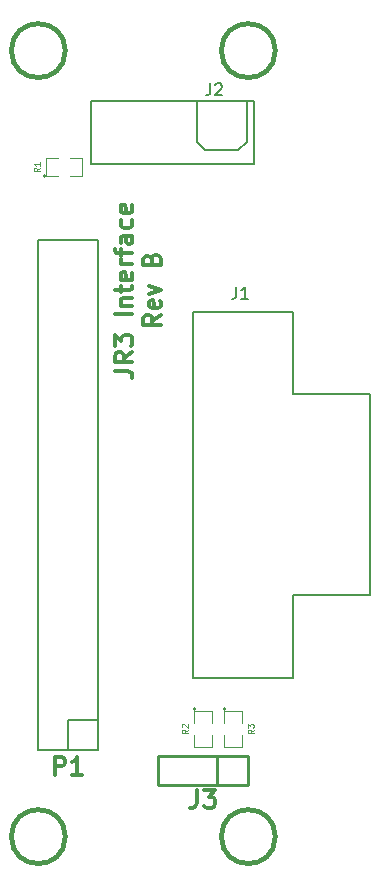
<source format=gto>
G04 (created by PCBNEW (2013-06-11 BZR 4021)-stable) date Wed 16 Apr 2014 12:44:10 AM CDT*
%MOIN*%
G04 Gerber Fmt 3.4, Leading zero omitted, Abs format*
%FSLAX34Y34*%
G01*
G70*
G90*
G04 APERTURE LIST*
%ADD10C,0.00590551*%
%ADD11C,0.011811*%
%ADD12C,0.0039*%
%ADD13C,0.01*%
%ADD14C,0.015*%
%ADD15C,0.0043*%
%ADD16C,0.012*%
G04 APERTURE END LIST*
G54D10*
G54D11*
X30848Y-29171D02*
X31270Y-29171D01*
X31354Y-29199D01*
X31410Y-29255D01*
X31439Y-29340D01*
X31439Y-29396D01*
X31439Y-28552D02*
X31157Y-28749D01*
X31439Y-28890D02*
X30848Y-28890D01*
X30848Y-28665D01*
X30876Y-28609D01*
X30904Y-28580D01*
X30960Y-28552D01*
X31045Y-28552D01*
X31101Y-28580D01*
X31129Y-28609D01*
X31157Y-28665D01*
X31157Y-28890D01*
X30848Y-28356D02*
X30848Y-27990D01*
X31073Y-28187D01*
X31073Y-28102D01*
X31101Y-28046D01*
X31129Y-28018D01*
X31185Y-27990D01*
X31326Y-27990D01*
X31382Y-28018D01*
X31410Y-28046D01*
X31439Y-28102D01*
X31439Y-28271D01*
X31410Y-28327D01*
X31382Y-28356D01*
X31439Y-27287D02*
X30848Y-27287D01*
X31045Y-27006D02*
X31439Y-27006D01*
X31101Y-27006D02*
X31073Y-26978D01*
X31045Y-26921D01*
X31045Y-26837D01*
X31073Y-26781D01*
X31129Y-26753D01*
X31439Y-26753D01*
X31045Y-26556D02*
X31045Y-26331D01*
X30848Y-26471D02*
X31354Y-26471D01*
X31410Y-26443D01*
X31439Y-26387D01*
X31439Y-26331D01*
X31410Y-25909D02*
X31439Y-25965D01*
X31439Y-26078D01*
X31410Y-26134D01*
X31354Y-26162D01*
X31129Y-26162D01*
X31073Y-26134D01*
X31045Y-26078D01*
X31045Y-25965D01*
X31073Y-25909D01*
X31129Y-25881D01*
X31185Y-25881D01*
X31242Y-26162D01*
X31439Y-25628D02*
X31045Y-25628D01*
X31157Y-25628D02*
X31101Y-25600D01*
X31073Y-25571D01*
X31045Y-25515D01*
X31045Y-25459D01*
X31045Y-25347D02*
X31045Y-25122D01*
X31439Y-25262D02*
X30932Y-25262D01*
X30876Y-25234D01*
X30848Y-25178D01*
X30848Y-25122D01*
X31439Y-24672D02*
X31129Y-24672D01*
X31073Y-24700D01*
X31045Y-24756D01*
X31045Y-24868D01*
X31073Y-24925D01*
X31410Y-24672D02*
X31439Y-24728D01*
X31439Y-24868D01*
X31410Y-24925D01*
X31354Y-24953D01*
X31298Y-24953D01*
X31242Y-24925D01*
X31214Y-24868D01*
X31214Y-24728D01*
X31185Y-24672D01*
X31410Y-24137D02*
X31439Y-24194D01*
X31439Y-24306D01*
X31410Y-24362D01*
X31382Y-24390D01*
X31326Y-24419D01*
X31157Y-24419D01*
X31101Y-24390D01*
X31073Y-24362D01*
X31045Y-24306D01*
X31045Y-24194D01*
X31073Y-24137D01*
X31410Y-23659D02*
X31439Y-23715D01*
X31439Y-23828D01*
X31410Y-23884D01*
X31354Y-23912D01*
X31129Y-23912D01*
X31073Y-23884D01*
X31045Y-23828D01*
X31045Y-23715D01*
X31073Y-23659D01*
X31129Y-23631D01*
X31185Y-23631D01*
X31242Y-23912D01*
X32383Y-27315D02*
X32102Y-27512D01*
X32383Y-27652D02*
X31793Y-27652D01*
X31793Y-27428D01*
X31821Y-27371D01*
X31849Y-27343D01*
X31905Y-27315D01*
X31990Y-27315D01*
X32046Y-27343D01*
X32074Y-27371D01*
X32102Y-27428D01*
X32102Y-27652D01*
X32355Y-26837D02*
X32383Y-26893D01*
X32383Y-27006D01*
X32355Y-27062D01*
X32299Y-27090D01*
X32074Y-27090D01*
X32018Y-27062D01*
X31990Y-27006D01*
X31990Y-26893D01*
X32018Y-26837D01*
X32074Y-26809D01*
X32130Y-26809D01*
X32187Y-27090D01*
X31990Y-26612D02*
X32383Y-26471D01*
X31990Y-26331D01*
X32074Y-25459D02*
X32102Y-25375D01*
X32130Y-25347D01*
X32187Y-25318D01*
X32271Y-25318D01*
X32327Y-25347D01*
X32355Y-25375D01*
X32383Y-25431D01*
X32383Y-25656D01*
X31793Y-25656D01*
X31793Y-25459D01*
X31821Y-25403D01*
X31849Y-25375D01*
X31905Y-25347D01*
X31962Y-25347D01*
X32018Y-25375D01*
X32046Y-25403D01*
X32074Y-25459D01*
X32074Y-25656D01*
G54D12*
X34550Y-40450D02*
G75*
G03X34550Y-40450I-50J0D01*
G74*
G01*
X34500Y-40900D02*
X34500Y-40500D01*
X34500Y-40500D02*
X35100Y-40500D01*
X35100Y-40500D02*
X35100Y-40900D01*
X35100Y-41300D02*
X35100Y-41700D01*
X35100Y-41700D02*
X34500Y-41700D01*
X34500Y-41700D02*
X34500Y-41300D01*
X33550Y-40450D02*
G75*
G03X33550Y-40450I-50J0D01*
G74*
G01*
X33500Y-40900D02*
X33500Y-40500D01*
X33500Y-40500D02*
X34100Y-40500D01*
X34100Y-40500D02*
X34100Y-40900D01*
X34100Y-41300D02*
X34100Y-41700D01*
X34100Y-41700D02*
X33500Y-41700D01*
X33500Y-41700D02*
X33500Y-41300D01*
X28570Y-22680D02*
G75*
G03X28570Y-22680I-50J0D01*
G74*
G01*
X28970Y-22680D02*
X28570Y-22680D01*
X28570Y-22680D02*
X28570Y-22080D01*
X28570Y-22080D02*
X28970Y-22080D01*
X29370Y-22080D02*
X29770Y-22080D01*
X29770Y-22080D02*
X29770Y-22680D01*
X29770Y-22680D02*
X29370Y-22680D01*
G54D10*
X35618Y-27197D02*
X36800Y-27197D01*
X36800Y-27197D02*
X36800Y-29953D01*
X35618Y-39402D02*
X36800Y-39402D01*
X36800Y-39402D02*
X36800Y-36646D01*
X36800Y-29953D02*
X39359Y-29953D01*
X39359Y-29953D02*
X39359Y-36646D01*
X39359Y-36646D02*
X36800Y-36646D01*
X33453Y-39402D02*
X33453Y-27197D01*
X33453Y-27197D02*
X35618Y-27197D01*
X35618Y-39402D02*
X33453Y-39402D01*
G54D13*
X34272Y-42972D02*
X34272Y-42027D01*
X35217Y-42027D02*
X32303Y-42027D01*
X32303Y-42027D02*
X32303Y-42893D01*
X32303Y-42893D02*
X32303Y-42972D01*
X32303Y-42972D02*
X35296Y-42972D01*
X35296Y-42972D02*
X35296Y-42027D01*
X35296Y-42027D02*
X35217Y-42027D01*
G54D10*
X30300Y-40800D02*
X29300Y-40800D01*
X29300Y-40800D02*
X29300Y-41800D01*
X28300Y-41800D02*
X28300Y-24800D01*
X28300Y-24800D02*
X30300Y-24800D01*
X30300Y-24800D02*
X30300Y-41800D01*
X30300Y-41800D02*
X28300Y-41800D01*
G54D14*
X29200Y-44700D02*
G75*
G03X29200Y-44700I-900J0D01*
G74*
G01*
X29200Y-18500D02*
G75*
G03X29200Y-18500I-900J0D01*
G74*
G01*
X36200Y-44700D02*
G75*
G03X36200Y-44700I-900J0D01*
G74*
G01*
X36200Y-18500D02*
G75*
G03X36200Y-18500I-900J0D01*
G74*
G01*
G54D10*
X33586Y-21544D02*
X33862Y-21820D01*
X33862Y-21820D02*
X34964Y-21820D01*
X34964Y-21820D02*
X35240Y-21544D01*
X35240Y-21544D02*
X35240Y-20167D01*
X33586Y-20167D02*
X33586Y-21544D01*
X30043Y-20167D02*
X35476Y-20167D01*
X35476Y-20167D02*
X35476Y-22292D01*
X35476Y-22292D02*
X30043Y-22292D01*
X30043Y-22292D02*
X30043Y-20167D01*
G54D15*
X35479Y-41132D02*
X35385Y-41198D01*
X35479Y-41245D02*
X35282Y-41245D01*
X35282Y-41170D01*
X35292Y-41151D01*
X35301Y-41142D01*
X35320Y-41132D01*
X35348Y-41132D01*
X35367Y-41142D01*
X35376Y-41151D01*
X35385Y-41170D01*
X35385Y-41245D01*
X35282Y-41067D02*
X35282Y-40945D01*
X35357Y-41010D01*
X35357Y-40982D01*
X35367Y-40963D01*
X35376Y-40954D01*
X35395Y-40945D01*
X35442Y-40945D01*
X35460Y-40954D01*
X35470Y-40963D01*
X35479Y-40982D01*
X35479Y-41039D01*
X35470Y-41057D01*
X35460Y-41067D01*
X33279Y-41132D02*
X33185Y-41198D01*
X33279Y-41245D02*
X33082Y-41245D01*
X33082Y-41170D01*
X33092Y-41151D01*
X33101Y-41142D01*
X33120Y-41132D01*
X33148Y-41132D01*
X33167Y-41142D01*
X33176Y-41151D01*
X33185Y-41170D01*
X33185Y-41245D01*
X33101Y-41057D02*
X33092Y-41048D01*
X33082Y-41029D01*
X33082Y-40982D01*
X33092Y-40963D01*
X33101Y-40954D01*
X33120Y-40945D01*
X33139Y-40945D01*
X33167Y-40954D01*
X33279Y-41067D01*
X33279Y-40945D01*
X28349Y-22412D02*
X28255Y-22478D01*
X28349Y-22525D02*
X28152Y-22525D01*
X28152Y-22450D01*
X28162Y-22431D01*
X28171Y-22422D01*
X28190Y-22412D01*
X28218Y-22412D01*
X28237Y-22422D01*
X28246Y-22431D01*
X28255Y-22450D01*
X28255Y-22525D01*
X28349Y-22225D02*
X28349Y-22337D01*
X28349Y-22281D02*
X28152Y-22281D01*
X28180Y-22300D01*
X28199Y-22319D01*
X28209Y-22337D01*
G54D10*
X34897Y-26372D02*
X34897Y-26653D01*
X34878Y-26710D01*
X34840Y-26747D01*
X34784Y-26766D01*
X34747Y-26766D01*
X35290Y-26766D02*
X35065Y-26766D01*
X35178Y-26766D02*
X35178Y-26372D01*
X35140Y-26428D01*
X35103Y-26466D01*
X35065Y-26485D01*
G54D16*
X33600Y-43142D02*
X33600Y-43571D01*
X33571Y-43657D01*
X33514Y-43714D01*
X33428Y-43742D01*
X33371Y-43742D01*
X33828Y-43142D02*
X34200Y-43142D01*
X34000Y-43371D01*
X34085Y-43371D01*
X34142Y-43400D01*
X34171Y-43428D01*
X34200Y-43485D01*
X34200Y-43628D01*
X34171Y-43685D01*
X34142Y-43714D01*
X34085Y-43742D01*
X33914Y-43742D01*
X33857Y-43714D01*
X33828Y-43685D01*
X28857Y-42642D02*
X28857Y-42042D01*
X29085Y-42042D01*
X29142Y-42071D01*
X29171Y-42100D01*
X29200Y-42157D01*
X29200Y-42242D01*
X29171Y-42300D01*
X29142Y-42328D01*
X29085Y-42357D01*
X28857Y-42357D01*
X29771Y-42642D02*
X29428Y-42642D01*
X29600Y-42642D02*
X29600Y-42042D01*
X29542Y-42128D01*
X29485Y-42185D01*
X29428Y-42214D01*
G54D10*
X34028Y-19595D02*
X34028Y-19876D01*
X34010Y-19933D01*
X33972Y-19970D01*
X33916Y-19989D01*
X33878Y-19989D01*
X34197Y-19633D02*
X34216Y-19614D01*
X34253Y-19595D01*
X34347Y-19595D01*
X34384Y-19614D01*
X34403Y-19633D01*
X34422Y-19670D01*
X34422Y-19708D01*
X34403Y-19764D01*
X34178Y-19989D01*
X34422Y-19989D01*
M02*

</source>
